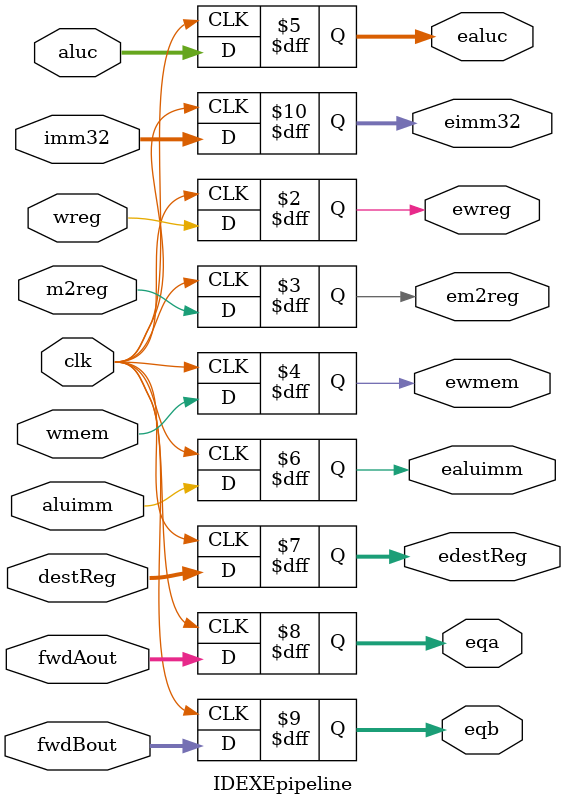
<source format=v>
`timescale 1ns / 1ps


module IDEXEpipeline(
    // Inputs
    input wreg,           // Control signal for writing to the register file
    input m2reg,          // Control signal for writing to the register file (M2 stage)
    input wmem,           // Control signal for writing to memory
    input [3:0] aluc,     // ALU control signal
    input aluimm,         // ALU immediate value
    input [4:0] destReg,  // Destination register address
    input [31:0] fwdAout,      // Value from source register A
    input [31:0] fwdBout,      // Value from source register B
    input [31:0] imm32,   // 32-bit immediate value
    input clk,            // Clock signal

    // Outputs
    output reg ewreg,     // Output for write enable signal
    output reg em2reg,    // Output for write enable signal (M2 stage)
    output reg ewmem,     // Output for memory write enable signal
    output reg [3:0] ealuc,   // Output for ALU control signal
    output reg ealuimm,   // Output for ALU immediate value
    output reg [4:0] edestReg,   // Output for destination register address
    output reg [31:0] eqa,  // Output for source register A value
    output reg [31:0] eqb,  // Output for source register B value
    output reg [31:0] eimm32 // Output for 32-bit immediate value
);

// On the positive edge of the clock, update the output signals with the input values.
always @ (posedge clk)
begin
    ewreg = wreg;
    em2reg = m2reg;
    ewmem = wmem;
    ealuc = aluc;
    ealuimm = aluimm;
    edestReg = destReg;
    eqa = fwdAout;
    eqb = fwdBout;
    eimm32 = imm32;
end

endmodule // End of the module


</source>
